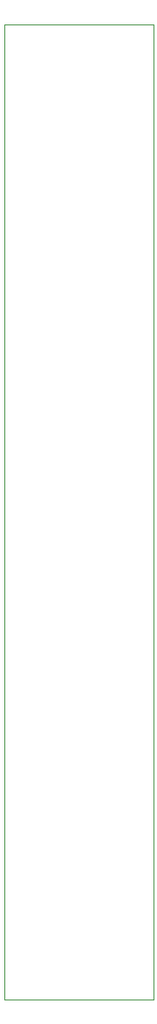
<source format=gm1>
G04 #@! TF.GenerationSoftware,KiCad,Pcbnew,7.0.7-7.0.7~ubuntu22.04.1*
G04 #@! TF.CreationDate,2023-09-23T20:45:54+02:00*
G04 #@! TF.ProjectId,Multiple-3x2,4d756c74-6970-46c6-952d-3378322e6b69,rev?*
G04 #@! TF.SameCoordinates,Original*
G04 #@! TF.FileFunction,Profile,NP*
%FSLAX46Y46*%
G04 Gerber Fmt 4.6, Leading zero omitted, Abs format (unit mm)*
G04 Created by KiCad (PCBNEW 7.0.7-7.0.7~ubuntu22.04.1) date 2023-09-23 20:45:54*
%MOMM*%
%LPD*%
G01*
G04 APERTURE LIST*
G04 #@! TA.AperFunction,Profile*
%ADD10C,0.050000*%
G04 #@! TD*
G04 APERTURE END LIST*
D10*
X52750000Y-37000000D02*
X67250000Y-37000000D01*
X67250000Y-37000000D02*
X67250000Y-131500000D01*
X52750000Y-131500000D02*
X67250000Y-131500000D01*
X52750000Y-37000000D02*
X52750000Y-131500000D01*
M02*

</source>
